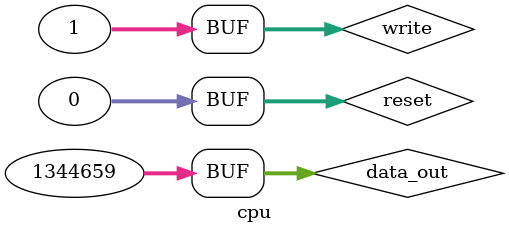
<source format=v>
module cpu();
wire clk ,RD_Address,ALUop,RegWrite,MemRead,MemWrite,rd1,rd2,alucout,aluout,dmout,muxout,memtoreg;
integer write=1,reset=0;
wire [31:0]pcout;
reg [31:0]data_out;


clock clock1(.clk(clk));

insMem insMem1(.clk(clk),.RD_Address(RD_Address),.data_out(data_out));

pc pc1(.clk(clk), .data_out(data_out) , .pcout(pcout) , .reset(reset) ,.write(write));

Controler controler1(.clk(clk), .instruction(pcout), .ALUop(ALUop),
 .RegWrite(RegWrite), .MemRead(MemRead), .MemWrite(MemWrite), .MemToReg());
 
register_bank rb(.clk(clk), .instruction(pcout), .MemtoRegMuxOutput(muxout), .RegWrite(RegWrite), .read_data_1(rd1), .read_data_2(rd2));

alu_control aluc( .ALU_Cnt(alucout), .ALUOp(ALUop), .func7(pcout[31:25]), .func3(pcout[14:12]));

ALU alu( .clk(clk), .read_data_1(rd1), .read_data_2(rd2), .ALUcontrol(alucout), .ALUresult(aluout));

data_memory dm( .addr(aluout), .write_data(rd2), .memwrite(MemWrite), .memread(MemRead), .clk(clk) , .read_data(dmout));

multiplexer mux( .clk(clk), .read_data(dmout), .read_data_2(aluout), .MemToReg(memtoreg), .out(muxout));  
 

always
begin
  data_out = 32'b00000001010110100000010010110011;
  #100;
  data_out = 32'b00001111000001010011010010000011;
  #100;
  data_out = 32'b00000000000101001000010010010011;
end


endmodule

</source>
